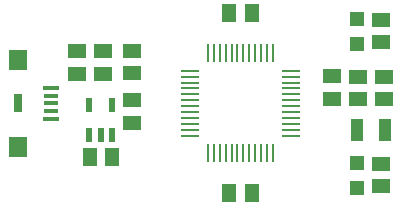
<source format=gtp>
G75*
%MOIN*%
%OFA0B0*%
%FSLAX25Y25*%
%IPPOS*%
%LPD*%
%AMOC8*
5,1,8,0,0,1.08239X$1,22.5*
%
%ADD10R,0.05906X0.04882*%
%ADD11R,0.04724X0.04724*%
%ADD12R,0.02165X0.04724*%
%ADD13R,0.04882X0.05906*%
%ADD14R,0.04331X0.07480*%
%ADD15R,0.05906X0.01102*%
%ADD16R,0.01102X0.05906*%
%ADD17R,0.05709X0.01575*%
%ADD18R,0.05906X0.07087*%
%ADD19R,0.02756X0.05906*%
%ADD20R,0.04921X0.01181*%
D10*
X0059346Y0038939D03*
X0059346Y0046419D03*
X0059346Y0055412D03*
X0049625Y0055208D03*
X0040846Y0055160D03*
X0040846Y0062640D03*
X0049625Y0062688D03*
X0059346Y0062892D03*
X0125878Y0054348D03*
X0134602Y0054148D03*
X0143220Y0054202D03*
X0143220Y0046722D03*
X0134602Y0046668D03*
X0125878Y0046868D03*
X0142346Y0065660D03*
X0142346Y0073140D03*
X0142346Y0025140D03*
X0142346Y0017660D03*
D11*
X0134346Y0017266D03*
X0134346Y0025534D03*
X0134346Y0065266D03*
X0134346Y0073534D03*
D12*
X0052439Y0044878D03*
X0044958Y0044878D03*
X0044958Y0034641D03*
X0048698Y0034641D03*
X0052439Y0034641D03*
D13*
X0045170Y0027336D03*
X0052651Y0027336D03*
X0091598Y0015400D03*
X0099079Y0015400D03*
X0099087Y0075400D03*
X0091606Y0075400D03*
D14*
X0134058Y0036488D03*
X0143507Y0036488D03*
D15*
X0112079Y0036542D03*
X0112079Y0038510D03*
X0112079Y0040479D03*
X0112079Y0042447D03*
X0112079Y0044416D03*
X0112079Y0046384D03*
X0112079Y0048353D03*
X0112079Y0050321D03*
X0112079Y0052290D03*
X0112079Y0054258D03*
X0112079Y0056227D03*
X0078614Y0056227D03*
X0078614Y0054258D03*
X0078614Y0052290D03*
X0078614Y0050321D03*
X0078614Y0048353D03*
X0078614Y0046384D03*
X0078614Y0044416D03*
X0078614Y0042447D03*
X0078614Y0040479D03*
X0078614Y0038510D03*
X0078614Y0036542D03*
X0078614Y0034573D03*
X0112079Y0034573D03*
D16*
X0106173Y0028668D03*
X0104205Y0028668D03*
X0102236Y0028668D03*
X0100268Y0028668D03*
X0098299Y0028668D03*
X0096331Y0028668D03*
X0094362Y0028668D03*
X0092394Y0028668D03*
X0090425Y0028668D03*
X0088457Y0028668D03*
X0086488Y0028668D03*
X0084520Y0028668D03*
X0084520Y0062132D03*
X0086488Y0062132D03*
X0088457Y0062132D03*
X0090425Y0062132D03*
X0092394Y0062132D03*
X0094362Y0062132D03*
X0096331Y0062132D03*
X0098299Y0062132D03*
X0100268Y0062132D03*
X0102236Y0062132D03*
X0104205Y0062132D03*
X0106173Y0062132D03*
D17*
X0032075Y0050518D03*
X0032075Y0040282D03*
D18*
X0021346Y0030896D03*
X0021346Y0059904D03*
D19*
X0021346Y0045400D03*
D20*
X0032075Y0045400D03*
X0032075Y0042841D03*
X0032075Y0047959D03*
M02*

</source>
